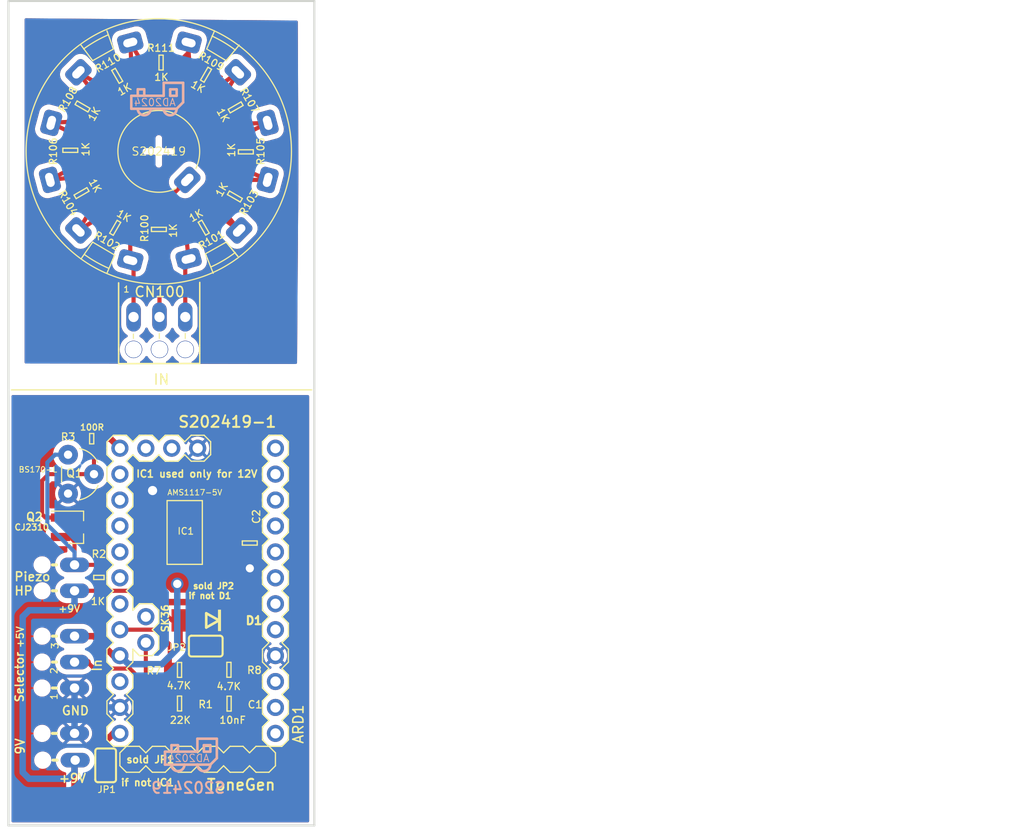
<source format=kicad_pcb>
(kicad_pcb (version 20221018) (generator pcbnew)
  (layers (0 "F.Cu" signal) (31 "B.Cu" signal) (34 "B.Paste" user) (35 "F.Paste" user) (36 "B.SilkS" user "B.Silkscreen") (37 "F.SilkS" user "F.Silkscreen") (38 "B.Mask" user) (39 "F.Mask" user) (44 "Edge.Cuts" user))
  (net 0 "")
  (net 1 "+9V")
  (net 2 "GND")
  (net 3 "+5V")
  (net 7 "Net-(ARD1-PadA3)")
  (net 9 "Net-(ARD1-PadA5)")
  (net 20 "Net-(ARD1-PadD10)")
  (net 24 "Net-(ARD1-PadRAW)")
  (net 29 "Net-(CN100-Pin_1)")
  (net 30 "Net-(CN100-Pin_2)")
  (net 31 "Net-(CN100-Pin_3)")
  (net 32 "Net-(D1-K)")
  (net 33 "Net-(HP2-KL)")
  (net 34 "Net-(J100-Pad2)")
  (net 35 "Net-(J100-Pad3)")
  (net 36 "Net-(J100-Pad4)")
  (net 37 "Net-(J100-Pad5)")
  (net 38 "Net-(J100-Pad6)")
  (net 39 "Net-(J100-Pad7)")
  (net 40 "Net-(J100-Pad8)")
  (net 41 "Net-(J100-Pad9)")
  (net 42 "Net-(J100-Pad10)")
  (net 43 "Net-(J100-Pad11)")
  (net 44 "Net-(J100-PadA)")
  (net 45 "Net-(Q2-G)")
  (net 46 "Net-(SIN0-KL)")
  (footprint "ToneGenerator:0805" (layer "F.Cu") (at 143.764 137.16)
    (fp_text reference "R7" (at -3.302 0.508) (layer "F.SilkS") (effects (font (size 0.7239 0.7239) (thickness 0.12)) (justify left bottom)))
    (fp_text value "4.7K" (at -1.330579 1.954631) (layer "F.SilkS") (effects (font (size 0.7 0.7) (thickness 0.12) bold) (justify left bottom)))
    (pad "1" smd rect (at -0.9525 0) (size 1.143 1.397) (layers "F.Cu" "F.Paste" "F.Mask") (net 7 "Net-(ARD1-PadA3)"))
    (pad "2" smd rect (at 0.9525 0) (size 1.143 1.397) (layers "F.Cu" "F.Paste" "F.Mask") (net 1 "+9V"))
  )
  (footprint "ToneGenerator:0805" (layer "F.Cu") (at 148.6209 140.462)
    (fp_text reference "C1" (at 1.757345 0.52602) (layer "F.SilkS") (effects (font (size 0.7239 0.7239) (thickness 0.12)) (justify left bottom)))
    (fp_text value "10nF" (at -1.016 2.032) (layer "F.SilkS") (effects (font (size 0.7 0.7) (thickness 0.12) bold) (justify left bottom)))
    (pad "1" smd rect (at -0.9525 0) (size 1.143 1.397) (layers "F.Cu" "F.Paste" "F.Mask") (net 9 "Net-(ARD1-PadA5)"))
    (pad "2" smd rect (at 0.9525 0) (size 1.143 1.397) (layers "F.Cu" "F.Paste" "F.Mask") (net 2 "GND"))
  )
  (footprint "ToneGenerator:W1" (layer "F.Cu") (at 133.5412 146.0064 -90)
    (fp_text reference "+9V0" hide)
    (fp_text value "AMP-01" hide)
    (pad "" np_thru_hole circle (at 0 3.175 270) (size 1.2 1.2) (drill 1.2) (layers "*.Cu" "*.Mask"))
    (pad "1" thru_hole oval (at 0 0) (size 2.8448 1.4224) (drill 0.9144) (layers "*.Cu" "*.Mask") (net 1 "+9V"))
  )
  (footprint "ToneGenerator:0805" (layer "F.Cu") (at 141.748465 94.004987 -90)
    (fp_text reference "R100" (at -1.540474 0.995991 90) (layer "F.SilkS") (effects (font (size 0.7 0.7) (thickness 0.12)) (justify right bottom)))
    (fp_text value "1K" (at -0.644833 -1.807036 90) (layer "F.SilkS") (effects (font (size 0.7 0.7) (thickness 0.12) bold) (justify right bottom)))
    (pad "1" smd rect (at -0.9525 0 270) (size 1.143 1.397) (layers "F.Cu" "F.Paste" "F.Mask") (net 44 "Net-(J100-PadA)"))
    (pad "2" smd rect (at 0.9525 0 270) (size 1.143 1.397) (layers "F.Cu" "F.Paste" "F.Mask") (net 30 "Net-(CN100-Pin_2)"))
  )
  (footprint "ToneGenerator:0805" (layer "F.Cu") (at 134.256806 81.953116 60)
    (fp_text reference "R108" (at -1.5438 -1.152123 60) (layer "F.SilkS") (effects (font (size 0.7 0.7) (thickness 0.12)) (justify left bottom)))
    (fp_text value "1K" (at -0.834202 1.780889 60) (layer "F.SilkS") (effects (font (size 0.7 0.7) (thickness 0.12) bold) (justify left bottom)))
    (pad "1" smd rect (at -0.9525 0 60) (size 1.143 1.397) (layers "F.Cu" "F.Paste" "F.Mask") (net 41 "Net-(J100-Pad9)"))
    (pad "2" smd rect (at 0.9525 0 60) (size 1.143 1.397) (layers "F.Cu" "F.Paste" "F.Mask") (net 40 "Net-(J100-Pad8)"))
  )
  (footprint "ToneGenerator:SOT54E-L" (layer "F.Cu") (at 132.842 119.888 -90)
    (fp_text reference "Q1" (at -1.524 0.254) (layer "F.SilkS") (effects (font (size 0.8 0.8) (thickness 0.127)) (justify left bottom)))
    (fp_text value "BS170-L" (at -2.032 1.016 180) (layer "F.SilkS") (effects (font (size 0.5461 0.5461) (thickness 0.0889)) (justify right bottom)))
    (pad "D" thru_hole circle (at -3.81 0 270) (size 1.9304 1.9304) (drill 0.8128) (layers "*.Cu" "*.Mask") (net 33 "Net-(HP2-KL)"))
    (pad "G" thru_hole circle (at -1.905 -2.54 270) (size 1.9304 1.9304) (drill 0.8128) (layers "*.Cu" "*.Mask") (net 45 "Net-(Q2-G)"))
    (pad "S" thru_hole circle (at 0 0 270) (size 1.9304 1.9304) (drill 0.8128) (layers "*.Cu" "*.Mask") (net 2 "GND"))
  )
  (footprint "ToneGenerator:0805" (layer "F.Cu") (at 137.456806 93.853115 150)
    (fp_text reference "R102" (at 1.470866 -1.929412 150) (layer "F.SilkS") (effects (font (size 0.7 0.7) (thickness 0.12)) (justify left bottom)))
    (fp_text value "1K" (at 0.613139 1.029997 150) (layer "F.SilkS") (effects (font (size 0.7 0.7) (thickness 0.12) bold) (justify left bottom)))
    (pad "1" smd rect (at -0.9525 0 150) (size 1.143 1.397) (layers "F.Cu" "F.Paste" "F.Mask") (net 29 "Net-(CN100-Pin_1)"))
    (pad "2" smd rect (at 0.9525 0 150) (size 1.143 1.397) (layers "F.Cu" "F.Paste" "F.Mask") (net 43 "Net-(J100-Pad11)"))
  )
  (footprint "ToneGenerator:0805" (layer "F.Cu") (at 150.256807 86.405625 90)
    (fp_text reference "R105" (at -1.381647 1.873634 90) (layer "F.SilkS") (effects (font (size 0.7 0.7) (thickness 0.12)) (justify left bottom)))
    (fp_text value "1K" (at -0.585521 -0.995737 90) (layer "F.SilkS") (effects (font (size 0.7 0.7) (thickness 0.12) bold) (justify left bottom)))
    (pad "1" smd rect (at -0.9525 0 90) (size 1.143 1.397) (layers "F.Cu" "F.Paste" "F.Mask") (net 35 "Net-(J100-Pad3)"))
    (pad "2" smd rect (at 0.9525 0 90) (size 1.143 1.397) (layers "F.Cu" "F.Paste" "F.Mask") (net 36 "Net-(J100-Pad4)"))
  )
  (footprint "ToneGenerator:0805" (layer "F.Cu") (at 146.131916 93.829366 30)
    (fp_text reference "R101" (at -1.376693 1.842568 30) (layer "F.SilkS") (effects (font (size 0.7 0.7) (thickness 0.12)) (justify left bottom)))
    (fp_text value "1K" (at -0.821021 -0.977512 30) (layer "F.SilkS") (effects (font (size 0.7 0.7) (thickness 0.12) bold) (justify left bottom)))
    (pad "1" smd rect (at -0.9525 0 30) (size 1.143 1.397) (layers "F.Cu" "F.Paste" "F.Mask") (net 31 "Net-(CN100-Pin_3)"))
    (pad "2" smd rect (at 0.9525 0 30) (size 1.143 1.397) (layers "F.Cu" "F.Paste" "F.Mask") (net 34 "Net-(J100-Pad2)"))
  )
  (footprint "ToneGenerator:DO214AA" (layer "F.Cu") (at 146.430141 132.312865 180)
    (fp_text reference "D1" (at -3.714759 -0.485535) (layer "F.SilkS") (effects (font (size 0.8 0.8) (thickness 0.2) bold) (justify left bottom)))
    (fp_text value "SK36" hide)
    (pad "A" smd rect (at 2.55 0 180) (size 1.8 2.2) (layers "F.Cu" "F.Paste" "F.Mask") (net 1 "+9V"))
    (pad "C" smd rect (at -2.55 0 180) (size 1.8 2.2) (layers "F.Cu" "F.Paste" "F.Mask") (net 32 "Net-(D1-K)"))
  )
  (footprint "ToneGenerator:W1" (layer "F.Cu") (at 133.477 126.873 -90)
    (fp_text reference "HP2" hide)
    (fp_text value "AMP-01" hide)
    (pad "" np_thru_hole circle (at 0 3.175 270) (size 1.2 1.2) (drill 1.2) (layers "*.Cu" "*.Mask"))
    (pad "1" thru_hole oval (at 0 0) (size 2.8448 1.4224) (drill 0.9144) (layers "*.Cu" "*.Mask") (net 33 "Net-(HP2-KL)"))
  )
  (footprint "ToneGenerator:SOLDERJUMPER_ARROW_NOPASTE" (layer "F.Cu") (at 146.3349 134.8304 180)
    (fp_text reference "JP2" (at 3.81 -0.508 180) (layer "F.SilkS") (effects (font (size 0.65532 0.65532) (thickness 0.10668)) (justify left bottom)))
    (fp_text value "JP1-ARROW_NOPASTE" hide)
    (fp_poly (pts (xy 0.201021 0) (xy -0.560979 0.762) (xy -0.7874 0.762) (xy -0.7874 -0.762) (xy -0.560979 -0.762)) (fill solid) (layer "F.Cu"))
    (fp_poly (pts (xy 0.7874 0.762) (xy -0.186831 0.762) (xy 0.548892 0) (xy -0.186831 -0.762) (xy 0.7874 -0.762)) (fill solid) (layer "F.Cu"))
    (pad "1" smd roundrect (at -1.016 0 180) (size 0.762 1.524) (layers "F.Cu") (net 32 "Net-(D1-K)"))
    (pad "2" smd roundrect (at 1.016 0 180) (size 0.762 1.524) (layers "F.Cu") (net 1 "+9V"))
  )
  (footprint "ToneGenerator:W1" (layer "F.Cu") (at 133.477 143.383 -90)
    (fp_text reference "S-0" hide)
    (fp_text value "AMP-01" hide)
    (pad "" np_thru_hole circle (at 0 3.175 270) (size 1.2 1.2) (drill 1.2) (layers "*.Cu" "*.Mask"))
    (pad "1" thru_hole oval (at 0 0) (size 2.8448 1.4224) (drill 0.9144) (layers "*.Cu" "*.Mask") (net 2 "GND"))
  )
  (footprint "ToneGenerator:SOT-223" (layer "F.Cu") (at 144.272 123.698 -90)
    (fp_text reference "IC1" (at 0.254 0.762) (layer "F.SilkS") (effects (font (size 0.65532 0.65532) (thickness 0.10668)) (justify left bottom)))
    (fp_text value "AMS1117-5V" (at -3.5996 1.7471) (layer "F.SilkS") (effects (font (size 0.5461 0.5461) (thickness 0.0889)) (justify left bottom)))
    (pad "1" smd rect (at 2.3114 3.1496 270) (size 1.4986 2.0066) (layers "F.Cu" "F.Paste" "F.Mask") (net 32 "Net-(D1-K)"))
    (pad "2" smd rect (at 0.0254 3.1496 270) (size 1.4986 2.0066) (layers "F.Cu" "F.Paste" "F.Mask") (net 3 "+5V"))
    (pad "3" smd rect (at -2.2606 3.1496 270) (size 1.4986 2.0066) (layers "F.Cu" "F.Paste" "F.Mask") (net 2 "GND"))
    (pad "4" smd rect (at 0 -3.1496 270) (size 3.81 2.0066) (layers "F.Cu" "F.Paste" "F.Mask") (net 3 "+5V"))
  )
  (footprint "ToneGenerator:0805" (layer "F.Cu") (at 143.764 140.462 180)
    (fp_text reference "R1" (at -1.778 -0.508 180) (layer "F.SilkS") (effects (font (size 0.7239 0.7239) (thickness 0.12)) (justify left bottom)))
    (fp_text value "22K" (at 1.016 -2.032 180) (layer "F.SilkS") (effects (font (size 0.7 0.7) (thickness 0.12) bold) (justify left bottom)))
    (pad "1" smd rect (at -0.9525 0 180) (size 1.143 1.397) (layers "F.Cu" "F.Paste" "F.Mask") (net 9 "Net-(ARD1-PadA5)"))
    (pad "2" smd rect (at 0.9525 0 180) (size 1.143 1.397) (layers "F.Cu" "F.Paste" "F.Mask") (net 46 "Net-(SIN0-KL)"))
  )
  (footprint "ToneGenerator:W1" (layer "F.Cu") (at 133.477 133.858 -90)
    (fp_text reference "S+0" hide)
    (fp_text value "AMP-01" hide)
    (fp_text user "3" (at 1.317228 1.524366 -90) (layer "F.SilkS") (effects (font (size 0.65532 0.65532) (thickness 0.10668)) (justify left bottom)))
    (pad "" np_thru_hole circle (at 0 3.175 270) (size 1.2 1.2) (drill 1.2) (layers "*.Cu" "*.Mask"))
    (pad "1" thru_hole oval (at 0 0) (size 2.8448 1.4224) (drill 0.9144) (layers "*.Cu" "*.Mask") (net 3 "+5V"))
  )
  (footprint "ToneGenerator:0805" (layer "F.Cu") (at 133.056803 86.253115 90)
    (fp_text reference "R106" (at -1.536213 -1.255218 90) (layer "F.SilkS") (effects (font (size 0.7 0.7) (thickness 0.12)) (justify left bottom)))
    (fp_text value "1K" (at -0.662685 1.929286 90) (layer "F.SilkS") (effects (font (size 0.7 0.7) (thickness 0.12) bold) (justify left bottom)))
    (pad "1" smd rect (at -0.9525 0 90) (size 1.143 1.397) (layers "F.Cu" "F.Paste" "F.Mask") (net 42 "Net-(J100-Pad10)"))
    (pad "2" smd rect (at 0.9525 0 90) (size 1.143 1.397) (layers "F.Cu" "F.Paste" "F.Mask") (net 41 "Net-(J100-Pad9)"))
  )
  (footprint "ToneGenerator:SOLDERJUMPER_ARROW_NOPASTE" (layer "F.Cu") (at 136.525 146.5144 90)
    (fp_text reference "JP1" (at -2.7504 -0.8581 180) (layer "F.SilkS") (effects (font (size 0.65532 0.65532) (thickness 0.10668)) (justify left bottom)))
    (fp_text value "JP1-ARROW_NOPASTE" hide)
    (fp_poly (pts (xy 0.201021 0) (xy -0.560979 0.762) (xy -0.7874 0.762) (xy -0.7874 -0.762) (xy -0.560979 -0.762)) (fill solid) (layer "F.Cu"))
    (fp_poly (pts (xy 0.7874 0.762) (xy -0.186831 0.762) (xy 0.548892 0) (xy -0.186831 -0.762) (xy 0.7874 -0.762)) (fill solid) (layer "F.Cu"))
    (pad "1" smd roundrect (at -1.016 0 90) (size 0.762 1.524) (layers "F.Cu") (net 1 "+9V"))
    (pad "2" smd roundrect (at 1.016 0 90) (size 0.762 1.524) (layers "F.Cu") (net 24 "Net-(ARD1-PadRAW)"))
  )
  (footprint "ToneGenerator:0603" (layer "F.Cu") (at 135.864001 128.105075 -90)
    (fp_text reference "R2" (at -1.867075 -0.787999) (layer "F.SilkS") (effects (font (size 0.7239 0.7239) (thickness 0.12)) (justify right bottom)))
    (fp_text value "1K" (at 2.750933 0.858197 -180) (layer "F.SilkS") (effects (font (size 0.7 0.7) (thickness 0.12) bold) (justify left bottom)))
    (pad "1" smd rect (at -0.7874 0 270) (size 0.762 0.9652) (layers "F.Cu" "F.Paste" "F.Mask") (net 33 "Net-(HP2-KL)"))
    (pad "2" smd rect (at 0.7874 0 270) (size 0.762 0.9652) (layers "F.Cu" "F.Paste" "F.Mask") (net 1 "+9V"))
  )
  (footprint "ToneGenerator:ARDUINO_PRO_MINI_V2_LT" (layer "F.Cu") (at 137.922 115.443 180)
    (fp_text reference "ARD1" (at -18.0649 -29.0394 270) (layer "F.SilkS") (effects (justify left bottom)))
    (fp_text value "ARDUINO_PRO_MINI_LT-2" hide)
    (pad "A0" thru_hole circle (at 0 -10.16 180) (size 1.6764 1.6764) (drill 1) (layers "*.Cu" "*.Mask"))
    (pad "A1" thru_hole circle (at 0 -12.7 180) (size 1.6764 1.6764) (drill 1) (layers "*.Cu" "*.Mask"))
    (pad "A2" thru_hole circle (at 0 -15.24 180) (size 1.6764 1.6764) (drill 1) (layers "*.Cu" "*.Mask"))
    (pad "A3" thru_hole circle (at 0 -17.78 180) (size 1.6764 1.6764) (drill 1) (layers "*.Cu" "*.Mask") (net 7 "Net-(ARD1-PadA3)"))
    (pad "A4" thru_hole circle (at -2.54 -16.51 180) (size 1.6764 1.6764) (drill 1) (layers "*.Cu" "*.Mask"))
    (pad "A5" thru_hole circle (at -2.54 -19.05 180) (size 1.6764 1.6764) (drill 1) (layers "*.Cu" "*.Mask") (net 9 "Net-(ARD1-PadA5)"))
    (pad "A6" thru_hole circle (at -5.08 0 180) (size 1.6764 1.6764) (drill 1) (layers "*.Cu" "*.Mask"))
    (pad "A7" thru_hole circle (at -2.54 0 90) (size 1.6764 1.6764) (drill 1) (layers "*.Cu" "*.Mask"))
    (pad "D2" thru_hole circle (at -15.24 -17.78 180) (size 1.6764 1.6764) (drill 1) (layers "*.Cu" "*.Mask"))
    (pad "D3" thru_hole circle (at -15.24 -15.24 180) (size 1.6764 1.6764) (drill 1) (layers "*.Cu" "*.Mask"))
    (pad "D4" thru_hole circle (at -15.24 -12.7 180) (size 1.6764 1.6764) (drill 1) (layers "*.Cu" "*.Mask"))
    (pad "D5" thru_hole circle (at -15.24 -10.16 180) (size 1.6764 1.6764) (drill 1) (layers "*.Cu" "*.Mask"))
    (pad "D6" thru_hole circle (at -15.24 -7.62 180) (size 1.6764 1.6764) (drill 1) (layers "*.Cu" "*.Mask"))
    (pad "D7" thru_hole circle (at -15.24 -5.08 180) (size 1.6764 1.6764) (drill 1) (layers "*.Cu" "*.Mask"))
    (pad "D8" thru_hole circle (at -15.24 -2.54 180) (size 1.6764 1.6764) (drill 1) (layers "*.Cu" "*.Mask"))
    (pad "D9" thru_hole circle (at -15.24 0 180) (size 1.6764 1.6764) (drill 1) (layers "*.Cu" "*.Mask"))
    (pad "D10" thru_hole circle (at 0 0 180) (size 1.6764 1.6764) (drill 1) (layers "*.Cu" "*.Mask") (net 20 "Net-(ARD1-PadD10)"))
    (pad "D11" thru_hole circle (at 0 -2.54 180) (size 1.6764 1.6764) (drill 1) (layers "*.Cu" "*.Mask"))
    (pad "D12" thru_hole circle (at 0 -5.08 180) (size 1.6764 1.6764) (drill 1) (layers "*.Cu" "*.Mask"))
    (pad "D13" thru_hole circle (at 0 -7.62 180) (size 1.6764 1.6764) (drill 1) (layers "*.Cu" "*.Mask"))
    (pad "GND" thru_hole circle (at -15.24 -20.32 180) (size 1.6764 1.6764) (drill 1) (layers "*.Cu" "*.Mask") (net 2 "GND"))
    (pad "GND@1" thru_hole circle (at 0 -25.4 180) (size 1.6764 1.6764) (drill 1) (layers "*.Cu" "*.Mask") (net 2 "GND"))
    (pad "GND@4" thru_hole circle (at -7.62 0 90) (size 1.6764 1.6764) (drill 1) (layers "*.Cu" "*.Mask") (net 2 "GND"))
    (pad "RAW" thru_hole circle (at 0 -27.94 180) (size 1.6764 1.6764) (drill 1) (layers "*.Cu" "*.Mask") (net 24 "Net-(ARD1-PadRAW)"))
    (pad "RST" thru_hole circle (at 0 -22.86 180) (size 1.6764 1.6764) (drill 1) (layers "*.Cu" "*.Mask"))
    (pad "RST@1" thru_hole circle (at -15.24 -22.86 180) (size 1.6764 1.6764) (drill 1) (layers "*.Cu" "*.Mask"))
    (pad "RX1@1" thru_hole circle (at -15.24 -25.4 180) (size 1.6764 1.6764) (drill 1) (layers "*.Cu" "*.Mask"))
    (pad "TX@1" thru_hole circle (at -15.24 -27.94 180) (size 1.6764 1.6764) (drill 1) (layers "*.Cu" "*.Mask"))
    (pad "VCC" thru_hole circle (at 0 -20.32 180) (size 1.6764 1.6764) (drill 1) (layers "*.Cu" "*.Mask") (net 3 "+5V"))
  )
  (footprint "ToneGenerator:0805" (layer "F.Cu") (at 146.356807 78.853119 150)
    (fp_text reference "R109" (at 1.65768 0.983828 150) (layer "F.SilkS") (effects (font (size 0.7 0.7) (thickness 0.12)) (justify left bottom)))
    (fp_text value "1K" (at 0.857226 -1.82899 150) (layer "F.SilkS") (effects (font (size 0.7 0.7) (thickness 0.12) bold) (justify left bottom)))
    (pad "1" smd rect (at -0.9525 0 150) (size 1.143 1.397) (layers "F.Cu" "F.Paste" "F.Mask") (net 37 "Net-(J100-Pad5)"))
    (pad "2" smd rect (at 0.9525 0 150) (size 1.143 1.397) (layers "F.Cu" "F.Paste" "F.Mask") (net 38 "Net-(J100-Pad6)"))
  )
  (footprint "ToneGenerator:RS26-1P12T" (layer "F.Cu") (at 141.732 86.36 -90)
    (fp_text reference "J100" hide)
    (fp_text value "Con-Rotatif-1X12")
    (pad "1" thru_hole roundrect (at 10.541 -2.921 195) (size 2.4 1.8) (drill oval 1.4 0.8) (layers "*.Cu" "*.Mask") (chamfer_ratio 0.25) (chamfer top_right) (net 31 "Net-(CN100-Pin_3)"))
    (pad "2" thru_hole roundrect (at 7.747 -7.874 225) (size 2.4 1.8) (drill oval 1.4 0.8) (layers "*.Cu" "*.Mask") (net 34 "Net-(J100-Pad2)"))
    (pad "3" thru_hole roundrect (at 2.794 -10.668 255) (size 2.4 1.8) (drill oval 1.4 0.8) (layers "*.Cu" "*.Mask") (net 35 "Net-(J100-Pad3)"))
    (pad "4" thru_hole roundrect (at -2.794 -10.668 285) (size 2.4 1.8) (drill oval 1.4 0.8) (layers "*.Cu" "*.Mask") (net 36 "Net-(J100-Pad4)"))
    (pad "5" thru_hole roundrect (at -7.747 -7.747 315) (size 2.4 1.8) (drill oval 1.4 0.8) (layers "*.Cu" "*.Mask") (net 37 "Net-(J100-Pad5)"))
    (pad "6" thru_hole roundrect (at -10.668 -2.921 345) (size 2.4 1.8) (drill oval 1.4 0.8) (layers "*.Cu" "*.Mask") (net 38 "Net-(J100-Pad6)"))
    (pad "7" thru_hole roundrect (at -10.668 2.794 15) (size 2.4 1.8) (drill oval 1.4 0.8) (layers "*.Cu" "*.Mask") (net 39 "Net-(J100-Pad7)"))
    (pad "8" thru_hole roundrect (at -7.747 7.874 45) (size 2.4 1.8) (drill oval 1.4 0.8) (layers "*.Cu" "*.Mask") (net 40 "Net-(J100-Pad8)"))
    (pad "9" thru_hole roundrect (at -2.794 10.541 75) (size 2.4 1.8) (drill oval 1.4 0.8) (layers "*.Cu" "*.Mask") (net 41 "Net-(J100-Pad9)"))
    (pad "10" thru_hole roundrect (at 2.794 10.668 105) (size 2.4 1.8) (drill oval 1.4 0.8) (layers "*.Cu" "*.Mask") (net 42 "Net-(J100-Pad10)"))
    (pad "11" thru_hole roundrect (at 7.747 7.874 135) (size 2.4 1.8) (drill oval 1.4 0.8) (layers "*.Cu" "*.Mask") (net 43 "Net-(J100-Pad11)"))
    (pad "12" thru_hole roundrect (at 10.668 2.794 165) (size 2.4 1.8) (drill oval 1.4 0.8) (layers "*.Cu" "*.Mask") (net 29 "Net-(CN100-Pin_1)"))
    (pad "A" thru_hole roundrect (at 2.794 -2.794 225) (size 2.4 1.8) (drill oval 1.4 0.8) (layers "*.Cu" "*.Mask") (net 44 "Net-(J100-PadA)"))
  )
  (footprint "ToneGenerator:0805" (layer "F.Cu") (at 149.256805 82.053114 120)
    (fp_text reference "R107" (at 1.354697 1.112641 120) (layer "F.SilkS") (effects (font (size 0.7 0.7) (thickness 0.12)) (justify left bottom)))
    (fp_text value "1K" (at 0.715788 -1.860881 120) (layer "F.SilkS") (effects (font (size 0.7 0.7) (thickness 0.12) bold) (justify left bottom)))
    (pad "1" smd rect (at -0.9525 0 120) (size 1.143 1.397) (layers "F.Cu" "F.Paste" "F.Mask") (net 36 "Net-(J100-Pad4)"))
    (pad "2" smd rect (at 0.9525 0 120) (size 1.143 1.397) (layers "F.Cu" "F.Paste" "F.Mask") (net 37 "Net-(J100-Pad5)"))
  )
  (footprint "ToneGenerator:0805" (layer "F.Cu") (at 148.604869 137.16 180)
    (fp_text reference "R8" (at -1.708107 -0.455278 180) (layer "F.SilkS") (effects (font (size 0.7239 0.7239) (thickness 0.12)) (justify left bottom)))
    (fp_text value "4.7K" (at 1.284869 -2.032 180) (layer "F.SilkS") (effects (font (size 0.7 0.7) (thickness 0.12) bold) (justify left bottom)))
    (pad "1" smd rect (at -0.9525 0 180) (size 1.143 1.397) (layers "F.Cu" "F.Paste" "F.Mask") (net 2 "GND"))
    (pad "2" smd rect (at 0.9525 0 180) (size 1.143 1.397) (layers "F.Cu" "F.Paste" "F.Mask") (net 7 "Net-(ARD1-PadA3)"))
  )
  (footprint "ToneGenerator:W1" (layer "F.Cu") (at 133.477 136.398 -90)
    (fp_text reference "SIN0" hide)
    (fp_text value "AMP-01" hide)
    (fp_text user "2" (at 1.2264 1.6201 -90) (layer "F.SilkS") (effects (font (size 0.65532 0.65532) (thickness 0.10668)) (justify left bottom)))
    (pad "" np_thru_hole circle (at 0 3.175 270) (size 1.2 1.2) (drill 1.2) (layers "*.Cu" "*.Mask"))
    (pad "1" thru_hole oval (at 0 0) (size 2.8448 1.4224) (drill 0.9144) (layers "*.Cu" "*.Mask") (net 46 "Net-(SIN0-KL)"))
  )
  (footprint "ToneGenerator:0805" (layer "F.Cu") (at 134.156804 90.453114 120)
    (fp_text reference "R104" (at 1.250764 -2.035747 120) (layer "F.SilkS") (effects (font (size 0.7 0.7) (thickness 0.12)) (justify left bottom)))
    (fp_text value "1K" (at 0.725195 1.108142 120) (layer "F.SilkS") (effects (font (size 0.7 0.7) (thickness 0.12) bold) (justify left bottom)))
    (pad "1" smd rect (at -0.9525 0 120) (size 1.143 1.397) (layers "F.Cu" "F.Paste" "F.Mask") (net 43 "Net-(J100-Pad11)"))
    (pad "2" smd rect (at 0.9525 0 120) (size 1.143 1.397) (layers "F.Cu" "F.Paste" "F.Mask") (net 42 "Net-(J100-Pad10)"))
  )
  (footprint "ToneGenerator:0805" (layer "F.Cu") (at 150.6529 124.7339 -90)
    (fp_text reference "C2" (at -1.8034 -1.0668 -90) (layer "F.SilkS") (effects (font (size 0.7239 0.7239) (thickness 0.12)) (justify left bottom)))
    (fp_text value "0.1µF")
    (pad "1" smd rect (at -0.9525 0 270) (size 1.143 1.397) (layers "F.Cu" "F.Paste" "F.Mask") (net 3 "+5V"))
    (pad "2" smd rect (at 0.9525 0 270) (size 1.143 1.397) (layers "F.Cu" "F.Paste" "F.Mask") (net 2 "GND"))
  )
  (footprint "ToneGenerator:0805" (layer "F.Cu") (at 149.180556 90.778 60)
    (fp_text reference "R103" (at -1.255318 1.928533 60) (layer "F.SilkS") (effects (font (size 0.7 0.7) (thickness 0.12)) (justify left bottom)))
    (fp_text value "1K" (at -0.815875 -1.025585 60) (layer "F.SilkS") (effects (font (size 0.7 0.7) (thickness 0.12) bold) (justify left bottom)))
    (pad "1" smd rect (at -0.9525 0 60) (size 1.143 1.397) (layers "F.Cu" "F.Paste" "F.Mask") (net 34 "Net-(J100-Pad2)"))
    (pad "2" smd rect (at 0.9525 0 60) (size 1.143 1.397) (layers "F.Cu" "F.Paste" "F.Mask") (net 35 "Net-(J100-Pad3)"))
  )
  (footprint "ToneGenerator:W1" (layer "F.Cu") (at 133.477 138.938 -90)
    (fp_text reference "GND0" hide)
    (fp_text value "AMP-01" hide)
    (fp_text user "1" (at 1.2264 1.6201 -90) (layer "F.SilkS") (effects (font (size 0.65532 0.65532) (thickness 0.10668)) (justify left bottom)))
    (pad "" np_thru_hole circle (at 0 3.175 270) (size 1.2 1.2) (drill 1.2) (layers "*.Cu" "*.Mask"))
    (pad "1" thru_hole oval (at 0 0) (size 2.8448 1.4224) (drill 0.9144) (layers "*.Cu" "*.Mask") (net 2 "GND"))
  )
  (footprint "ToneGenerator:SOT-23_Handsoldering" (layer "F.Cu") (at 133.604 123.19)
    (fp_text reference "Q2" (at -4.064 -1.016 180) (layer "F.SilkS") (effects (font (size 0.8 0.8))))
    (fp_text value "CJ2310" (at -4.318 0 180) (layer "F.SilkS") (effects (font (size 0.6 0.6) (thickness 0.125))))
    (pad "1" smd rect (at -1.5 -0.95) (size 1.9 0.8) (layers "F.Cu" "F.Paste" "F.Mask") (net 45 "Net-(Q2-G)"))
    (pad "2" smd rect (at -1.5 0.95) (size 1.9 0.8) (layers "F.Cu" "F.Paste" "F.Mask") (net 33 "Net-(HP2-KL)"))
    (pad "3" smd rect (at 1.5 0) (size 1.9 0.8) (layers "F.Cu" "F.Paste" "F.Mask") (net 2 "GND"))
  )
  (footprint "ToneGenerator:0603" (layer "F.Cu") (at 135.1589 114.5104)
    (fp_text reference "R3" (at -1.524 0.254 180) (layer "F.SilkS") (effects (font (size 0.7239 0.7239) (thickness 0.12)) (justify right bottom)))
    (fp_text value "100R" (at 1.27 -0.762 180) (layer "F.SilkS") (effects (font (size 0.6 0.6) (thickness 0.12) bold) (justify right bottom)))
    (pad "1" smd rect (at -0.7874 0) (size 0.762 0.9652) (layers "F.Cu" "F.Paste" "F.Mask") (net 45 "Net-(Q2-G)"))
    (pad "2" smd rect (at 0.7874 0) (size 0.762 0.9652) (layers "F.Cu" "F.Paste" "F.Mask") (net 20 "Net-(ARD1-PadD10)"))
  )
  (footprint "ToneGenerator:W1" (layer "F.Cu") (at 133.477 129.413 -90)
    (fp_text reference "HP1" hide)
    (fp_text value "AMP-01" hide)
    (pad "" np_thru_hole circle (at 0 3.175 270) (size 1.2 1.2) (drill 1.2) (layers "*.Cu" "*.Mask"))
    (pad "1" thru_hole oval (at 0 0) (size 2.8448 1.4224) (drill 0.9144) (layers "*.Cu" "*.Mask") (net 1 "+9V"))
  )
  (footprint "ToneGenerator:W3X" (layer "F.Cu") (at 141.785925 102.643855)
    (fp_text reference "CN100" (at 0.024278 -2.51908 unlocked) (layer "F.SilkS"))
    (fp_text value "IN" (at 0.200075 6.068145 unlocked) (layer "F.SilkS"))
    (fp_text user "1" (at -3.57406 -2.420012) (layer "F.SilkS") (effects (font (size 0.6 0.6) (thickness 0.10668)) (justify left bottom)))
    (pad "" np_thru_hole circle (at -2.52503 3.11776) (size 1.7 1.7) (drill 1.6) (layers "*.Cu"))
    (pad "" np_thru_hole circle (at 0.01497 3.11776) (size 1.7 1.7) (drill 1.6) (layers "*.Cu"))
    (pad "" np_thru_hole circle (at 2.54 3.11776) (size 1.7 1.7) (drill 1.6) (layers "*.Cu"))
    (pad "1" thru_hole oval (at -2.52503 -0.05724 90) (size 2.8448 1.4224) (drill 1) (layers "*.Cu" "*.Mask") (net 29 "Net-(CN100-Pin_1)"))
    (pad "2" thru_hole oval (at 0.01497 -0.05724 90) (size 2.8448 1.4224) (drill 1) (layers "*.Cu" "*.Mask") (net 30 "Net-(CN100-Pin_2)"))
    (pad "3" thru_hole oval (at 2.54 -0.05724 90) (size 2.8448 1.4224) (drill 1) (layers "*.Cu" "*.Mask") (net 31 "Net-(CN100-Pin_3)"))
  )
  (footprint "ToneGenerator:0805" (layer "F.Cu") (at 141.956804 77.653115)
    (fp_text reference "R111" (at -1.431005 -1.009551) (layer "F.SilkS") (effects (font (size 0.7 0.7) (thickness 0.12)) (justify left bottom)))
    (fp_text value "1K" (at -0.732804 1.848885) (layer "F.SilkS") (effects (font (size 0.7 0.7) (thickness 0.12) bold) (justify left bottom)))
    (pad "1" smd rect (at -0.9525 0) (size 1.143 1.397) (layers "F.Cu" "F.Paste" "F.Mask") (net 39 "Net-(J100-Pad7)"))
    (pad "2" smd rect (at 0.9525 0) (size 1.143 1.397) (layers "F.Cu" "F.Paste" "F.Mask") (net 38 "Net-(J100-Pad6)"))
  )
  (footprint "ToneGenerator:0805" (layer "F.Cu") (at 137.656804 78.953123 30)
    (fp_text reference "R110" (at -1.578042 -1.126501 30) (layer "F.SilkS") (effects (font (size 0.7 0.7) (thickness 0.12)) (justify left bottom)))
    (fp_text value "1K" (at -0.806772 1.927762 30) (layer "F.SilkS") (effects (font (size 0.7 0.7) (thickness 0.12) bold) (justify left bottom)))
    (pad "1" smd rect (at -0.9525 0 30) (size 1.143 1.397) (layers "F.Cu" "F.Paste" "F.Mask") (net 40 "Net-(J100-Pad8)"))
    (pad "2" smd rect (at 0.9525 0 30) (size 1.143 1.397) (layers "F.Cu" "F.Paste" "F.Mask") (net 39 "Net-(J100-Pad7)"))
  )
  (footprint "ToneGenerator:LOGOTRAIN_L" (layer "B.Cu") (at 144.78 145.796 180)
    (fp_text reference "REF**" hide)
    (fp_text value "")
    (fp_text user "AD2024" (at -1.972 -0.446) (layer "B.SilkS") (effects (font (size 0.723392 0.723392) (thickness 0.089408)) (justify left bottom mirror)))
  )
  (footprint "ToneGenerator:LOGOTRAIN_L" (layer "B.Cu") (at 141.478 81.534 180)
    (fp_text reference "REF**" hide)
    (fp_text value "")
    (fp_text user "AD2024" (at -1.972 -0.446) (layer "B.SilkS") (effects (font (size 0.723392 0.723392) (thickness 0.089408)) (justify left bottom mirror)))
  )
  (gr_line (start 145.746179 107.140787) (end 137.796179 107.158549) (stroke (width 0.15)) (layer "F.SilkS"))
  (gr_line (start 127.2849 109.728) (end 156.718 109.728) (stroke (width 0.127)) (layer "F.SilkS"))
  (gr_line (start 145.746179 99.2) (end 145.746179 107.140787) (stroke (width 0.15)) (layer "F.SilkS"))
  (gr_line (start 156.972 109.728) (end 156.972 152.1024) (stroke (width 0.127)) (layer "F.SilkS"))
  (gr_line (start 137.796179 107.052422) (end 137.796179 99.241452) (stroke (width 0.15)) (layer "F.SilkS"))
  (gr_line (start 127 71.628) (end 127 152.4) (stroke (width 0.2)) (layer "Edge.Cuts"))
  (gr_line (start 127 152.4) (end 156.972 152.4) (stroke (width 0.2)) (layer "Edge.Cuts"))
  (gr_line (start 156.972 152.4) (end 156.972 71.628) (stroke (width 0.2)) (layer "Edge.Cuts"))
  (gr_line (start 156.972 71.628) (end 127 71.628) (stroke (width 0.2)) (layer "Edge.Cuts"))
  (gr_text "S202419" (at 148.336 149.352) (layer "B.SilkS") (effects (font (size 1.0795 1.0795) (thickness 0.1905)) (justify left bottom mirror)))
  (gr_text "S202419-1" (at 143.5409 113.4944) (layer "F.SilkS") (effects (font (size 1.0795 1.0795) (thickness 0.1905)) (justify left bottom)))
  (gr_text "+5V" (at 128.5549 135.0844 90) (layer "F.SilkS") (effects (font (size 0.69088 0.69088) (thickness 0.12192)) (justify left bottom)))
  (gr_text "IC1 used only for 12V" (at 139.446 118.364) (layer "F.SilkS") (effects (font (size 0.7 0.7)) (justify left bottom)))
  (gr_text "GND" (at 132.1435 141.6685) (layer "F.SilkS") (effects (font (size 0.8636 0.8636) (thickness 0.1524)) (justify left bottom)))
  (gr_text "ToneGen" (at 146.3349 149.0544) (layer "F.SilkS") (effects (font (size 1.0795 1.0795) (thickness 0.1905)) (justify left bottom)))
  (gr_text "Piezo\nHP" (at 127.500157 129.9251) (layer "F.SilkS") (effects (font (size 0.8636 0.8636) (thickness 0.1524)) (justify left bottom)))
  (gr_text " sold JP2 \nif not D1" (at 144.5569 130.2584) (layer "F.SilkS") (effects (font (size 0.6 0.6)) (justify left bottom)))
  (gr_text "+9V" (at 131.8569 148.2924) (layer "F.SilkS") (effects (font (size 0.8636 0.8636) (thickness 0.1524)) (justify left bottom)))
  (gr_text "S202419" (at 141.732 86.36) (layer "F.SilkS") (effects (font (size 0.8 0.8) (thickness 0.1))))
  (gr_text "Selector" (at 128.5549 140.4184 90) (layer "F.SilkS") (effects (font (size 0.8 0.8) (thickness 0.1524)) (justify left bottom)))
  (gr_text "9V" (at 128.651 145.542 90) (layer "F.SilkS") (effects (font (size 0.8636 0.8636) (thickness 0.1524)) (justify left bottom)))
  (gr_text "In" (at 136.2075 137.414 90) (layer "F.SilkS") (effects (font (size 0.8636 0.8636) (thickness 0.1524)) (justify left bottom)))
  (gr_text "SK36" (at 142.7789 133.5604 90) (layer "F.SilkS") (effects (font (size 0.7 0.7)) (justify left bottom)))
  (gr_text "+9V" (at 131.826 131.572) (layer "F.SilkS") (effects (font (size 0.69088 0.69088) (thickness 0.12192)) (justify left bottom)))
  (gr_text " sold JP1 \n\nif not IC1 " (at 137.944587 148.611306) (layer "F.SilkS") (effects (font (size 0.7 0.7) (thickness 0.1524)) (justify left bottom)))
  (segment (start 144.7165 137.16) (end 144.7165 136.430121) (width 0.4) (layer "F.Cu") (net 1))
  (segment (start 136.1749 149.0544) (end 136.525 148.7043) (width 0.635) (layer "F.Cu") (net 1))
  (segment (start 144.247702 134.8304) (end 145.1443 134.8304) (width 0.4064) (layer "F.Cu") (net 1))
  (segment (start 136.525 148.7043) (end 136.525 147.8193) (width 0.635) (layer "F.Cu") (net 1))
  (segment (start 138.8855 129.413) (end 139.9849 130.5124) (width 0.4064) (layer "F.Cu") (net 1))
  (segment (start 145.1475 135.999121) (end 145.1475 134.8304) (width 0.4) (layer "F.Cu") (net 1))
  (segment (start 138.8855 129.413) (end 136.321922 129.413) (width 0.4064) (layer "F.Cu") (net 1))
  (segment (start 133.8889 149.0544) (end 136.1749 149.0544) (width 0.635) (layer "F.Cu") (net 1))
  (segment (start 143.880141 132.312865) (end 143.880141 134.462839) (width 0.4064) (layer "F.Cu") (net 1))
  (segment (start 141.219663 130.5124) (end 143.020128 132.312865) (width 0.4064) (layer "F.Cu") (net 1))
  (segment (start 133.477 145.923) (end 133.477 148.6425) (width 0.635) (layer "F.Cu") (net 1))
  (segment (start 143.880141 134.462839) (end 144.247702 134.8304) (width 0.4064) (layer "F.Cu") (net 1))
  (segment (start 135.956488 129.047566) (end 135.591054 129.413) (width 0.4064) (layer "F.Cu") (net 1))
  (segment (start 133.477 148.6425) (end 133.8889 149.0544) (width 0.635) (layer "F.Cu") (net 1))
  (segment (start 135.591054 129.413) (end 133.477 129.413) (width 0.4064) (layer "F.Cu") (net 1))
  (segment (start 144.7165 136.430121) (end 145.1475 135.999121) (width 0.4) (layer "F.Cu") (net 1))
  (segment (start 139.9849 130.5124) (end 141.219663 130.5124) (width 0.4064) (layer "F.Cu") (net 1))
  (segment (start 143.880141 132.312865) (end 143.020128 132.312865) (width 0.4064) (layer "F.Cu") (net 1))
  (segment (start 136.321922 129.413) (end 135.956488 129.047566) (width 0.4064) (layer "F.Cu") (net 1))
  (segment (start 129.032 131.318) (end 130.302 131.318) (width 0.635) (layer "B.Cu") (net 1))
  (segment (start 133.477 130.683) (end 133.477 129.413) (width 0.635) (layer "B.Cu") (net 1))
  (segment (start 129.032 147.828) (end 132.842 147.828) (width 0.635) (layer "B.Cu") (net 1))
  (segment (start 129.032 131.318) (end 128.397 131.953) (width 0.635) (layer "B.Cu") (net 1))
  (segment (start 130.302 131.318) (end 132.842 131.318) (width 0.635) (layer "B.Cu") (net 1))
  (segment (start 132.842 147.828) (end 133.477 147.193) (width 0.635) (layer "B.Cu") (net 1))
  (segment (start 128.397 147.193) (end 129.032 147.828) (width 0.635) (layer "B.Cu") (net 1))
  (segment (start 133.477 147.193) (end 133.477 145.923) (width 0.635) (layer "B.Cu") (net 1))
  (segment (start 128.397 131.953) (end 128.397 147.193) (width 0.635) (layer "B.Cu") (net 1))
  (segment (start 132.842 131.318) (end 133.477 130.683) (width 0.635) (layer "B.Cu") (net 1))
  (segment (start 150.6529 125.6864) (end 150.6529 127.2104) (width 0.635) (layer "F.Cu") (net 2))
  (segment (start 141.1224 121.4374) (end 141.1224 119.5904) (width 1) (layer "F.Cu") (net 2))
  (via (at 141.1224 119.5904) (size 1.4) (drill 0.9) (layers "F.Cu" "B.Cu") (net 2))
  (via (at 150.6529 127.2104) (size 1.27) (drill 0.8) (layers "F.Cu" "B.Cu") (net 2))
  (segment (start 133.477 140.716) (end 133.477 140.366184) (width 0.635) (layer "B.Cu") (net 2))
  (segment (start 134.262841 140.843) (end 133.604 140.843) (width 0.635) (layer "B.Cu") (net 2))
  (segment (start 133.477 141.265952) (end 133.477 140.716) (width 0.635) (layer "B.Cu") (net 2))
  (segment (start 133.899952 140.843) (end 133.477 141.265952) (width 0.635) (layer "B.Cu") (net 2))
  (segment (start 133.477 143.383) (end 133.477 141.265952) (width 0.635) (layer "B.Cu") (net 2))
  (segment (start 133.477 140.366184) (end 133.477 138.938) (width 0.635) (layer "B.Cu") (net 2))
  (segment (start 134.262841 140.843) (end 133.899952 140.843) (width 0.635) (layer "B.Cu") (net 2))
  (segment (start 133.953816 140.843) (end 133.477 140.366184) (width 0.635) (layer "B.Cu") (net 2))
  (segment (start 137.922 140.843) (end 134.262841 140.843) (width 0.635) (layer "B.Cu") (net 2))
  (segment (start 133.604 140.843) (end 133.477 140.716) (width 0.635) (layer "B.Cu") (net 2))
  (segment (start 134.262841 140.843) (end 133.953816 140.843) (width 0.635) (layer "B.Cu") (net 2))
  (segment (start 137.287 135.763) (end 135.382 133.858) (width 0.635) (layer "F.Cu") (net 3))
  (segment (start 137.922 135.763) (end 137.287 135.763) (width 0.635) (layer "F.Cu") (net 3))
  (segment (start 135.382 133.858) (end 133.477 133.858) (width 0.635) (layer "F.Cu") (net 3))
  (segment (start 147.3962 123.7234) (end 147.4216 123.698) (width 0.635) (layer "F.Cu") (net 3))
  (segment (start 141.1224 123.7234) (end 147.3962 123.7234) (width 0.635) (layer "F.Cu") (net 3))
  (via (at 143.5409 128.7344) (size 1.2192) (drill 0.8128) (layers "F.Cu" "B.Cu") (net 3))
  (segment (start 137.922 135.763) (end 138.760199 136.601199) (width 0.635) (layer "B.Cu") (net 3))
  (segment (start 143.5409 135.0971) (end 143.5409 128.7344) (width 0.635) (layer "B.Cu") (net 3))
  (segment (start 138.760199 136.601199) (end 142.036801 136.601199) (width 0.635) (layer "B.Cu") (net 3))
  (segment (start 142.036801 136.601199) (end 143.5409 135.0971) (width 0.635) (layer "B.Cu") (net 3))
  (segment (start 137.922 133.223) (end 141.351 133.223) (width 0.4064) (layer "F.Cu") (net 7))
  (segment (start 142.8115 134.6835) (end 142.8115 137.16) (width 0.4064) (layer "F.Cu") (net 7))
  (segment (start 147.652369 137.16) (end 147.652369 138.097631) (width 0.4) (layer "F.Cu") (net 7))
  (segment (start 141.351 133.223) (end 142.8115 134.6835) (width 0.4064) (layer "F.Cu") (net 7))
  (segment (start 142.8115 137.9855) (end 142.8115 137.16) (width 0.4) (layer "F.Cu") (net 7))
  (segment (start 147.652369 138.097631) (end 147.32 138.43) (width 0.4) (layer "F.Cu") (net 7))
  (segment (start 147.32 138.43) (end 143.256 138.43) (width 0.4) (layer "F.Cu") (net 7))
  (segment (start 143.256 138.43) (end 142.8115 137.9855) (width 0.4) (layer "F.Cu") (net 7))
  (segment (start 146.304 140.462) (end 147.6684 140.462) (width 0.4) (layer "F.Cu") (net 9))
  (segment (start 144.7165 140.462) (end 146.304 140.462) (width 0.4) (layer "F.Cu") (net 9))
  (segment (start 140.462 138.176) (end 141.478 139.192) (width 0.4) (layer "F.Cu") (net 9))
  (segment (start 141.478 139.192) (end 145.796 139.192) (width 0.4) (layer "F.Cu") (net 9))
  (segment (start 145.796 139.192) (end 146.304 139.7) (width 0.4) (layer "F.Cu") (net 9))
  (segment (start 146.304 139.7) (end 146.304 140.462) (width 0.4) (layer "F.Cu") (net 9))
  (segment (start 140.462 134.493) (end 140.462 138.176) (width 0.4) (layer "F.Cu") (net 9))
  (segment (start 136.9695 114.4905) (end 137.922 115.443) (width 0.635) (layer "F.Cu") (net 20))
  (segment (start 135.9662 114.4905) (end 135.9463 114.5104) (width 0.635) (layer "F.Cu") (net 20))
  (segment (start 136.9695 114.4905) (end 135.9662 114.4905) (width 0.635) (layer "F.Cu") (net 20))
  (segment (start 137.922 143.383) (end 137.287 143.383) (width 0.635) (layer "F.Cu") (net 24))
  (segment (start 136.525 144.145) (end 136.525 145.288) (width 0.635) (layer "F.Cu") (net 24))
  (segment (start 137.287 143.383) (end 136.525 144.145) (width 0.635) (layer "F.Cu") (net 24))
  (segment (start 139.260895 102.586615) (end 139.260895 97.350895) (width 0.4064) (layer "F.Cu") (net 29))
  (segment (start 138.938 97.028) (end 138.938 94.98567) (width 0.4064) (layer "F.Cu") (net 29))
  (segment (start 138.938 94.98567) (end 138.281695 94.329365) (width 0.4064) (layer "F.Cu") (net 29))
  (segment (start 139.260895 97.350895) (end 138.938 97.028) (width 0.4064) (layer "F.Cu") (net 29))
  (segment (start 141.800895 95.009917) (end 141.748465 94.957487) (width 0.4064) (layer "F.Cu") (net 30))
  (segment (start 141.800895 102.586615) (end 141.800895 95.009917) (width 0.4064) (layer "F.Cu") (net 30))
  (segment (start 144.325925 102.586615) (end 144.325925 97.228075) (width 0.4064) (layer "F.Cu") (net 31))
  (segment (start 145.307027 94.305616) (end 144.431827 94.774452) (width 0.4064) (layer "F.Cu") (net 31))
  (segment (start 144.431827 94.774452) (end 144.653 96.901) (width 0.4064) (layer "F.Cu") (net 31))
  (segment (start 144.325925 97.228075) (end 144.653 96.901) (width 0.4064) (layer "F.Cu") (net 31))
  (segment locked (start 141.1224 126.0094) (end 141.1224 129.1099) (width 0.635) (layer "F.Cu") (net 32))
  (segment locked (start 142.5335 130.521) (end 148.6295 130.521) (width 0.635) (layer "F.Cu") (net 32))
  (segment locked (start 141.1224 129.1099) (end 142.5335 130.521) (width 0.635) (layer "F.Cu") (net 32))
  (segment (start 148.980141 132.312865) (end 148.980141 134.344865) (width 0.4064) (layer "F.Cu") (net 32))
  (segment (start 148.494606 134.8304) (end 147.5255 134.8304) (width 0.4064) (layer "F.Cu") (net 32))
  (segment (start 148.980141 134.344865) (end 148.494606 134.8304) (width 0.4064) (layer "F.Cu") (net 32))
  (segment locked (start 148.6295 130.521) (end 148.980141 130.871641) (width 0.635) (layer "F.Cu") (net 32))
  (segment (start 148.980141 130.871641) (end 148.980141 132.312865) (width 0.635) (layer "F.Cu") (net 32))
  (segment (start 133.03 124.14) (end 133.477 124.587) (width 0.4) (layer "F.Cu") (net 33))
  (segment (start 132.104 124.14) (end 133.03 124.14) (width 0.4) (layer "F.Cu") (net 33))
  (segment (start 135.686922 126.873) (end 133.477 126.873) (width 0.4) (layer "F.Cu") (net 33))
  (segment (start 133.477 124.587) (end 133.477 126.873) (width 0.4) (layer "F.Cu") (net 33))
  (segment (start 135.956488 127.142566) (end 135.686922 126.873) (width 0.4) (layer "F.Cu") (net 33))
  (segment (start 130.81 122.936) (end 133.477 125.603) (width 0.4) (layer "B.Cu") (net 33))
  (segment (start 133.477 125.603) (end 133.477 126.873) (width 0.4) (layer "B.Cu") (net 33))
  (segment (start 131.572 116.078) (end 130.81 116.84) (width 0.4) (layer "B.Cu") (net 33))
  (segment (start 132.842 116.078) (end 131.572 116.078) (width 0.4) (layer "B.Cu") (net 33))
  (segment (start 130.81 116.84) (end 130.81 122.936) (width 0.4) (layer "B.Cu") (net 33))
  (segment (start 148.245682 92.377438) (end 149.606 94.107) (width 0.4064) (layer "F.Cu") (net 34))
  (segment (start 146.956805 93.353116) (end 147.897938 92.845555) (width 0.4064) (layer "F.Cu") (net 34))
  (segment (start 147.897938 92.845555) (end 149.606 94.107) (width 0.4064) (layer "F.Cu") (net 34))
  (segment (start 148.704306 91.602889) (end 148.245682 92.377438) (width 0.4064) (layer "F.Cu") (net 34))
  (segment (start 150.256807 87.358125) (end 150.251897 88.204512) (width 0.4064) (layer "F.Cu") (net 35))
  (segment (start 149.656806 89.953111) (end 150.0914 89.15412) (width 0.4064) (layer "F.Cu") (net 35))
  (segment (start 150.251897 88.204512) (end 152.4 89.154) (width 0.4064) (layer "F.Cu") (net 35))
  (segment (start 150.0914 89.15412) (end 152.4 89.154) (width 0.4064) (layer "F.Cu") (net 35))
  (segment (start 149.733055 82.878003) (end 150.225147 83.643717) (width 0.4064) (layer "F.Cu") (net 36))
  (segment (start 150.256807 85.453125) (end 150.305396 84.620075) (width 0.4064) (layer "F.Cu") (net 36))
  (segment (start 150.305396 84.620075) (end 152.4 83.566) (width 0.4064) (layer "F.Cu") (net 36))
  (segment (start 150.225147 83.643717) (end 152.4 83.566) (width 0.4064) (layer "F.Cu") (net 36))
  (segment (start 148.780555 81.228225) (end 148.402324 80.424015) (width 0.4064) (layer "F.Cu") (net 37))
  (segment (start 148.402324 80.424015) (end 149.479 78.613) (width 0.4064) (layer "F.Cu") (net 37))
  (segment (start 147.965415 79.728527) (end 149.479 78.613) (width 0.4064) (layer "F.Cu") (net 37))
  (segment (start 147.181696 79.329369) (end 147.965415 79.728527) (width 0.4064) (layer "F.Cu") (net 37))
  (segment (start 144.752821 77.848349) (end 145.531918 78.376869) (width 0.4064) (layer "F.Cu") (net 38))
  (segment (start 144.653 76.660146) (end 144.752821 77.848349) (width 0.4064) (layer "F.Cu") (net 38))
  (segment (start 143.660031 77.653115) (end 144.653 76.660146) (width 0.4064) (layer "F.Cu") (net 38))
  (segment (start 142.909304 77.653115) (end 143.660031 77.653115) (width 0.4064) (layer "F.Cu") (net 38))
  (segment (start 144.653 75.692) (end 144.653 76.660146) (width 0.4064) (layer "F.Cu") (net 38))
  (segment (start 138.938 75.692) (end 140.116558 77.68994) (width 0.4064) (layer "F.Cu") (net 39))
  (segment (start 140.116558 77.68994) (end 141.004304 77.653115) (width 0.4064) (layer "F.Cu") (net 39))
  (segment (start 139.046577 77.832604) (end 139.022799 77.339224) (width 0.4064) (layer "F.Cu") (net 39))
  (segment (start 139.022799 77.339224) (end 138.938 75.692) (width 0.4064) (layer "F.Cu") (net 39))
  (segment (start 138.481693 78.476873) (end 139.046577 77.832604) (width 0.4064) (layer "F.Cu") (net 39))
  (segment (start 136.011322 79.881313) (end 136.831915 79.429373) (width 0.4064) (layer "F.Cu") (net 40))
  (segment (start 135.135523 80.330994) (end 134.733056 81.128227) (width 0.4064) (layer "F.Cu") (net 40))
  (segment (start 133.858 78.613) (end 136.011322 79.881313) (width 0.4064) (layer "F.Cu") (net 40))
  (segment (start 133.858 78.613) (end 135.135523 80.330994) (width 0.4064) (layer "F.Cu") (net 40))
  (segment (start 133.255345 83.445506) (end 133.780556 82.778005) (width 0.4064) (layer "F.Cu") (net 41))
  (segment (start 133.047293 84.497654) (end 133.056803 85.300615) (width 0.4064) (layer "F.Cu") (net 41))
  (segment (start 131.191 83.566) (end 133.255345 83.445506) (width 0.4064) (layer "F.Cu") (net 41))
  (segment (start 131.191 83.566) (end 133.047293 84.497654) (width 0.4064) (layer "F.Cu") (net 41))
  (segment (start 133.059181 88.075825) (end 133.056803 87.205615) (width 0.4064) (layer "F.Cu") (net 42))
  (segment (start 131.064 89.154) (end 133.059181 88.075825) (width 0.4064) (layer "F.Cu") (net 42))
  (segment (start 133.157263 88.93181) (end 131.064 89.154) (width 0.4064) (layer "F.Cu") (net 42))
  (segment (start 133.680554 89.628225) (end 133.157263 88.93181) (width 0.4064) (layer "F.Cu") (net 42))
  (segment (start 135.090057 92.079899) (end 133.858 94.107) (width 0.4064) (layer "F.Cu") (net 43))
  (segment (start 135.761767 92.92994) (end 133.858 94.107) (width 0.4064) (layer "F.Cu") (net 43))
  (segment (start 136.631917 93.376865) (end 135.761767 92.92994) (width 0.4064) (layer "F.Cu") (net 43))
  (segment (start 134.633054 91.278003) (end 135.090057 92.079899) (width 0.4064) (layer "F.Cu") (net 43))
  (segment (start 141.748465 91.931535) (end 141.748465 93.052487) (width 0.4064) (layer "F.Cu") (net 44))
  (segment (start 144.526 89.154) (end 141.748465 91.931535) (width 0.4064) (layer "F.Cu") (net 44))
  (segment (start 135.382 116.3955) (end 135.382 117.983) (width 0.4) (layer "F.Cu") (net 45))
  (segment (start 130.622 122.24) (end 130.302 121.92) (width 0.4) (layer "F.Cu") (net 45))
  (segment (start 132.104 122.24) (end 130.622 122.24) (width 0.4) (layer "F.Cu") (net 45))
  (segment (start 130.302 118.618) (end 130.937 117.983) (width 0.4) (layer "F.Cu") (net 45))
  (segment (start 130.937 117.983) (end 135.382 117.983) (width 0.4) (layer "F.Cu") (net 45))
  (segment (start 130.302 121.92) (end 130.302 118.618) (width 0.4) (layer "F.Cu") (net 45))
  (segment (start 134.3715 114.5104) (end 134.3715 115.385) (width 0.4) (layer "F.Cu") (net 45))
  (segment (start 134.3715 115.385) (end 135.382 116.3955) (width 0.4) (layer "F.Cu") (net 45))
  (segment (start 139.7309 137.8784) (end 139.7309 139.9849) (width 0.4064) (layer "F.Cu") (net 46))
  (segment (start 134.747 136.398) (end 135.382 137.033) (width 0.4064) (layer "F.Cu") (net 46))
  (segment (start 139.7309 139.9849) (end 140.208 140.462) (width 0.4064) (layer "F.Cu") (net 46))
  (segment (start 138.8855 137.033) (end 139.7309 137.8784) (width 0.4064) (layer "F.Cu") (net 46))
  (segment (start 135.382 137.033) (end 138.8855 137.033) (width 0.4064) (layer "F.Cu") (net 46))
  (segment (start 133.477 136.398) (end 134.747 136.398) (width 0.635) (layer "F.Cu") (net 46))
  (segment (start 140.208 140.462) (end 142.8115 140.462) (width 0.4064) (layer "F.Cu") (net 46))
  (zone (net 0) (net_name "") (layer "F.Cu") (connect_pads (clearance 0)) (min_thickness 0.25)
    (keepout (tracks not_allowed) (vias not_allowed) (pads not_allowed) (copperpour not_allowed) (footprints allowed))
    (fill (thermal_gap 0.5) (thermal_bridge_width 0.5))
    (polygon (pts (xy 132.6189 144.7364) (xy 132.6189 144.4824) (xy 132.720784 144.371201) (xy 134.19537 144.366367) (xy 134.586981 144.685457) (xy 132.619255 144.714465)))
  )
  (zone (net 3) (net_name "+5V") (layer "F.Cu") (priority 6) (connect_pads (clearance 0.6096)) (min_thickness 0.127) (fill yes (thermal_gap 0.304) (thermal_bridge_width 0.304))
    (polygon (pts (xy 151.6689 129.7504) (xy 147.0969 129.7504) (xy 139.4769 129.7504) (xy 139.065 116.586) (xy 152.019 116.586)))
  )
  (zone (net 2) (net_name "GND") (layer "F.Cu") (connect_pads (clearance 0.5)) (min_thickness 0.256) (fill yes (thermal_gap 0.304) (thermal_bridge_width 0.304))
    (polygon (pts (xy 156.464 152.4) (xy 127 152.4) (xy 127 110.236) (xy 156.464 110.236)))
  )
  (zone (net 0) (net_name "") (layer "F.Cu") (connect_pads (clearance 0)) (min_thickness 0.25)
    (keepout (tracks allowed) (vias allowed) (pads allowed) (copperpour not_allowed) (footprints allowed))
    (fill (thermal_gap 0.5) (thermal_bridge_width 0.5))
    (polygon (pts (xy 138.9689 119.8444) (xy 139.9849 119.8444) (xy 139.9849 127.2104) (xy 138.9689 127.2104)))
  )
  (zone (net 0) (net_name "") (layers "F&B.Cu") (connect_pads (clearance 0.508)) (min_thickness 0.254) (fill yes (thermal_gap 0.508) (thermal_bridge_width 0.508) (island_removal_mode 1) (island_area_min 10))
    (polygon (pts (xy 155.276276 107.188812) (xy 128.584777 107.143952) (xy 128.584777 73.319767) (xy 155.35164 73.544066) (xy 155.410855 88.347754)))
  )
  (zone (net 2) (net_name "GND") (layer "B.Cu") (priority 6) (connect_pads (clearance 0.5)) (min_thickness 0.256) (fill yes (thermal_gap 0.304) (thermal_bridge_width 0.304))
    (polygon (pts (xy 156.464 152.4) (xy 127 152.4) (xy 127 110.236) (xy 156.464 110.236)))
  )
)
</source>
